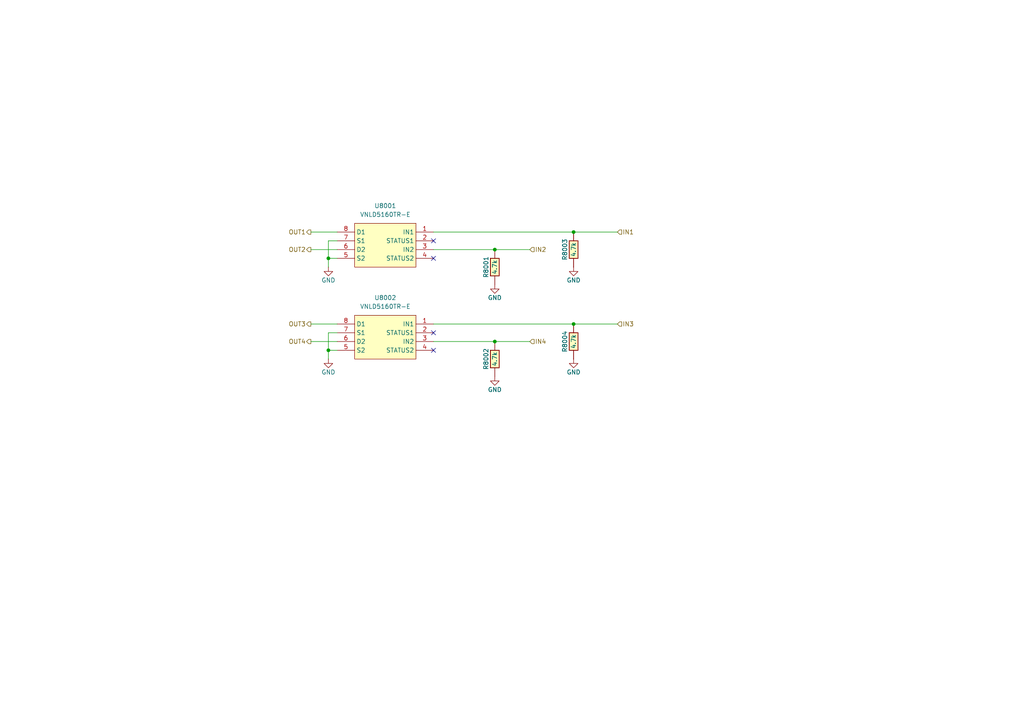
<source format=kicad_sch>
(kicad_sch (version 20231120) (generator "eeschema") (generator_version "8.0")
  (paper "A4")
  (lib_symbols
    (symbol "chips:VNLD5160"
      (property "Reference" "U" (at 6.35 3.81 0))
      (property "Value" "VNLD5160TR-E" (at 12.7 -11.43 0))
      (symbol "VNLD5160_1_1"
        (rectangle (start 5.08 2.54) (end 22.86 -10.16) (fill (type background)))
        (pin input line (at 0 0 0) (length 5.08) (name "IN1") (number "1"))
        (pin open_collector line (at 0 -2.54 0) (length 5.08) (name "STATUS1") (number "2"))
        (pin input line (at 0 -5.08 0) (length 5.08) (name "IN2") (number "3"))
        (pin open_collector line (at 0 -7.62 0) (length 5.08) (name "STATUS2") (number "4"))
        (pin power_in line (at 27.94 -7.62 180) (length 5.08) (name "S2") (number "5"))
        (pin power_out line (at 27.94 -5.08 180) (length 5.08) (name "D2") (number "6"))
        (pin power_in line (at 27.94 -2.54 180) (length 5.08) (name "S1") (number "7"))
        (pin power_out line (at 27.94 0 180) (length 5.08) (name "D1") (number "8"))
      )
    )
    (symbol "hellen-one-common:Res" (pin_numbers hide)
      (property "Reference" "R" (at 3.81 2.54 0))
      (property "Value" "Res" (at 5.08 -2.54 0))
      (symbol "Res_1_0"
        (rectangle (start 2.54 -1.27) (end 7.62 1.27) (stroke (width 0.254)) (fill (type background)))
        (pin passive line (at 0 0 0) (length 2.54) (name "") (number "1"))
        (pin passive line (at 10.16 0 180) (length 2.54) (name "") (number "2"))
      )
    )
    (symbol "power:GND" (power) (pin_numbers hide) (pin_names (offset 0) hide)
      (property "Value" "GND" (at 0 -3.81 0))
      (symbol "GND_0_1"
        (polyline (pts (xy 0 0) (xy 0 -1.27) (xy 1.27 -1.27) (xy 0 -2.54) (xy -1.27 -1.27) (xy 0 -1.27)))
      )
      (symbol "GND_1_1"
        (pin power_in line (at 0 0 270) (length 0) (name "~") (number "1"))
      )
    )
  )
  (junction (at 143.51 72.39))
  (junction (at 143.51 99.06))
  (junction (at 166.37 93.98))
  (junction (at 166.37 67.31))
  (junction (at 95.25 74.93))
  (junction (at 95.25 101.6))
  (no_connect (at 125.73 69.85))
  (no_connect (at 125.73 101.6))
  (no_connect (at 125.73 74.93))
  (no_connect (at 125.73 96.52))
  (wire (pts (xy 95.25 74.93) (xy 95.25 69.85)))
  (wire (pts (xy 166.37 67.31) (xy 179.07 67.31)))
  (wire (pts (xy 95.25 77.47) (xy 95.25 74.93)))
  (wire (pts (xy 125.73 67.31) (xy 166.37 67.31)))
  (wire (pts (xy 90.17 93.98) (xy 97.79 93.98)))
  (wire (pts (xy 143.51 99.06) (xy 153.67 99.06)))
  (wire (pts (xy 90.17 99.06) (xy 97.79 99.06)))
  (wire (pts (xy 95.25 74.93) (xy 97.79 74.93)))
  (wire (pts (xy 125.73 72.39) (xy 143.51 72.39)))
  (wire (pts (xy 90.17 67.31) (xy 97.79 67.31)))
  (wire (pts (xy 95.25 101.6) (xy 97.79 101.6)))
  (wire (pts (xy 125.73 99.06) (xy 143.51 99.06)))
  (wire (pts (xy 125.73 93.98) (xy 166.37 93.98)))
  (wire (pts (xy 143.51 72.39) (xy 153.67 72.39)))
  (wire (pts (xy 166.37 93.98) (xy 179.07 93.98)))
  (wire (pts (xy 95.25 104.14) (xy 95.25 101.6)))
  (wire (pts (xy 95.25 101.6) (xy 95.25 96.52)))
  (wire (pts (xy 90.17 72.39) (xy 97.79 72.39)))
  (wire (pts (xy 95.25 69.85) (xy 97.79 69.85)))
  (wire (pts (xy 95.25 96.52) (xy 97.79 96.52)))
  (hierarchical_label "IN3" (shape input) (at 179.07 93.98 0))
  (hierarchical_label "OUT3" (shape output) (at 90.17 93.98 180))
  (hierarchical_label "IN1" (shape input) (at 179.07 67.31 0))
  (hierarchical_label "IN4" (shape input) (at 153.67 99.06 0))
  (hierarchical_label "OUT2" (shape output) (at 90.17 72.39 180))
  (hierarchical_label "OUT4" (shape output) (at 90.17 99.06 180))
  (hierarchical_label "OUT1" (shape output) (at 90.17 67.31 180))
  (hierarchical_label "IN2" (shape input) (at 153.67 72.39 0))
  (symbol (lib_id "hellen-one-common:Res") (at 166.37 104.14 90) (unit 1)
    (property "Reference" "R8004" (at 163.83 99.06 0))
    (property "Value" "4.7k" (at 166.37 99.06 0))
    (property "Footprint" "hellen-one-common:R0603" (effects (hide yes)))
    (property "LCSC" "C23162" (effects (hide yes)))
    (instances (project "hellenbms46" (path "" (reference "R8004") (unit 1)) (path "" (reference "R7004") (unit 1))))
  )
  (symbol (lib_id "power:GND") (at 143.51 109.22 0) (unit 1)
    (property "Reference" "#PWR08004" (effects (hide yes)))
    (property "Value" "GND" (at 143.51 113.03 0))
    (property "Description" "Power symbol creates a global label with name \"GND\" , ground" (effects (hide yes)))
    (instances (project "hellenbms46" (path "" (reference "#PWR08004") (unit 1)) (path "" (reference "#PWR07004") (unit 1))))
  )
  (symbol (lib_id "power:GND") (at 166.37 77.47 0) (unit 1)
    (property "Reference" "#PWR08005" (effects (hide yes)))
    (property "Value" "GND" (at 166.37 81.28 0))
    (property "Description" "Power symbol creates a global label with name \"GND\" , ground" (effects (hide yes)))
    (instances (project "hellenbms46" (path "" (reference "#PWR08005") (unit 1)) (path "" (reference "#PWR07005") (unit 1))))
  )
  (symbol (lib_id "hellen-one-common:Res") (at 166.37 77.47 90) (unit 1)
    (property "Reference" "R8003" (at 163.83 72.39 0))
    (property "Value" "4.7k" (at 166.37 72.39 0))
    (property "Footprint" "hellen-one-common:R0603" (effects (hide yes)))
    (property "LCSC" "C23162" (effects (hide yes)))
    (instances (project "hellenbms46" (path "" (reference "R8003") (unit 1)) (path "" (reference "R7003") (unit 1))))
  )
  (symbol (lib_id "chips:VNLD5160") (at 125.73 67.31 0) (mirror y) (unit 1)
    (property "Reference" "U8001" (at 111.76 59.69 0))
    (property "Value" "VNLD5160TR-E" (at 111.76 62.23 0))
    (property "Footprint" "Package_SO:SOIC-8_3.9x4.9mm_P1.27mm" (effects (hide yes)))
    (property "LCSC" "C377942" (effects (hide yes)))
    (instances (project "hellenbms46" (path "" (reference "U8001") (unit 1)) (path "" (reference "U7001") (unit 1))))
  )
  (symbol (lib_id "power:GND") (at 166.37 104.14 0) (unit 1)
    (property "Reference" "#PWR08006" (effects (hide yes)))
    (property "Value" "GND" (at 166.37 107.95 0))
    (property "Description" "Power symbol creates a global label with name \"GND\" , ground" (effects (hide yes)))
    (instances (project "hellenbms46" (path "" (reference "#PWR08006") (unit 1)) (path "" (reference "#PWR07006") (unit 1))))
  )
  (symbol (lib_id "hellen-one-common:Res") (at 143.51 82.55 90) (unit 1)
    (property "Reference" "R8001" (at 140.97 77.47 0))
    (property "Value" "4.7k" (at 143.51 77.47 0))
    (property "Footprint" "hellen-one-common:R0603" (effects (hide yes)))
    (property "LCSC" "C23162" (effects (hide yes)))
    (instances (project "hellenbms46" (path "" (reference "R8001") (unit 1)) (path "" (reference "R7001") (unit 1))))
  )
  (symbol (lib_id "power:GND") (at 95.25 77.47 0) (mirror y) (unit 1)
    (property "Reference" "#PWR08001" (effects (hide yes)))
    (property "Value" "GND" (at 95.25 81.28 0))
    (property "Description" "Power symbol creates a global label with name \"GND\" , ground" (effects (hide yes)))
    (instances (project "hellenbms46" (path "" (reference "#PWR08001") (unit 1)) (path "" (reference "#PWR07001") (unit 1))))
  )
  (symbol (lib_id "hellen-one-common:Res") (at 143.51 109.22 90) (unit 1)
    (property "Reference" "R8002" (at 140.97 104.14 0))
    (property "Value" "4.7k" (at 143.51 104.14 0))
    (property "Footprint" "hellen-one-common:R0603" (effects (hide yes)))
    (property "LCSC" "C23162" (effects (hide yes)))
    (instances (project "hellenbms46" (path "" (reference "R8002") (unit 1)) (path "" (reference "R7002") (unit 1))))
  )
  (symbol (lib_id "power:GND") (at 143.51 82.55 0) (unit 1)
    (property "Reference" "#PWR08003" (effects (hide yes)))
    (property "Value" "GND" (at 143.51 86.36 0))
    (property "Description" "Power symbol creates a global label with name \"GND\" , ground" (effects (hide yes)))
    (instances (project "hellenbms46" (path "" (reference "#PWR08003") (unit 1)) (path "" (reference "#PWR07003") (unit 1))))
  )
  (symbol (lib_id "chips:VNLD5160") (at 125.73 93.98 0) (mirror y) (unit 1)
    (property "Reference" "U8002" (at 111.76 86.36 0))
    (property "Value" "VNLD5160TR-E" (at 111.76 88.9 0))
    (property "Footprint" "Package_SO:SOIC-8_3.9x4.9mm_P1.27mm" (effects (hide yes)))
    (property "LCSC" "C377942" (effects (hide yes)))
    (instances (project "hellenbms46" (path "" (reference "U8002") (unit 1)) (path "" (reference "U7002") (unit 1))))
  )
  (symbol (lib_id "power:GND") (at 95.25 104.14 0) (mirror y) (unit 1)
    (property "Reference" "#PWR08002" (effects (hide yes)))
    (property "Value" "GND" (at 95.25 107.95 0))
    (property "Description" "Power symbol creates a global label with name \"GND\" , ground" (effects (hide yes)))
    (instances (project "hellenbms46" (path "" (reference "#PWR08002") (unit 1)) (path "" (reference "#PWR07002") (unit 1))))
  )
)
</source>
